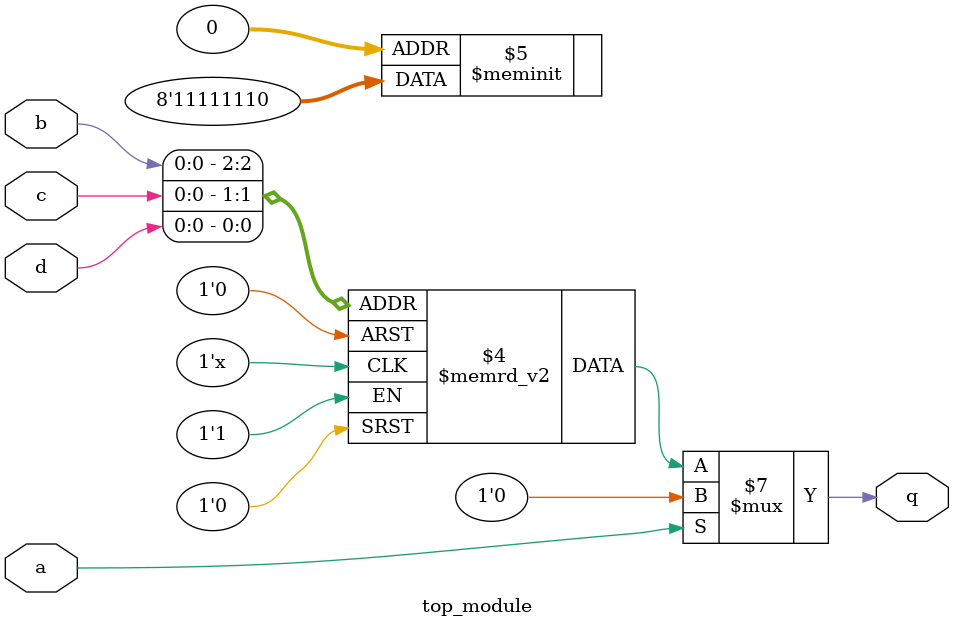
<source format=sv>
module top_module (
  input a,
  input b,
  input c,
  input d,
  output reg q
);

always @(*) begin
  case({a, b, c, d})
    4'b0000: q = 1'b0;
    4'b0001, 4'b0010, 4'b0011, 4'b0100, 4'b0101, 4'b0110, 4'b0111: q = 1'b1;
    default: q = 1'b0;
  endcase
end

endmodule

</source>
